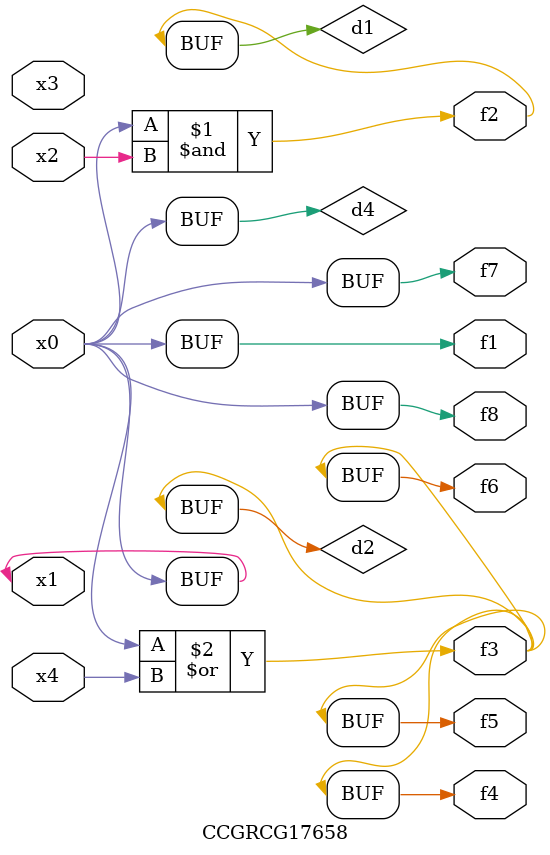
<source format=v>
module CCGRCG17658(
	input x0, x1, x2, x3, x4,
	output f1, f2, f3, f4, f5, f6, f7, f8
);

	wire d1, d2, d3, d4;

	and (d1, x0, x2);
	or (d2, x0, x4);
	nand (d3, x0, x2);
	buf (d4, x0, x1);
	assign f1 = d4;
	assign f2 = d1;
	assign f3 = d2;
	assign f4 = d2;
	assign f5 = d2;
	assign f6 = d2;
	assign f7 = d4;
	assign f8 = d4;
endmodule

</source>
